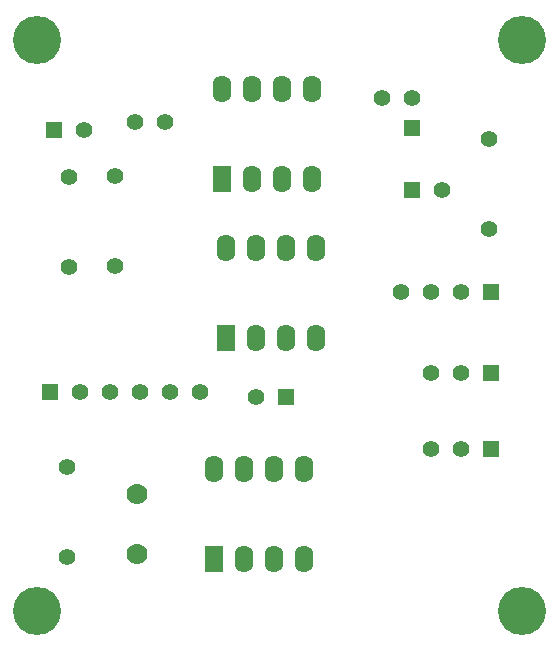
<source format=gtl>
G04 (created by PCBNEW-RS274X (2011-05-25)-stable) date Fri 22 Feb 2013 06:55:39 AM EST*
G01*
G70*
G90*
%MOIN*%
G04 Gerber Fmt 3.4, Leading zero omitted, Abs format*
%FSLAX34Y34*%
G04 APERTURE LIST*
%ADD10C,0.006000*%
%ADD11C,0.160000*%
%ADD12R,0.055000X0.055000*%
%ADD13C,0.055000*%
%ADD14C,0.070000*%
%ADD15R,0.062000X0.090000*%
%ADD16O,0.062000X0.090000*%
G04 APERTURE END LIST*
G54D10*
G54D11*
X01080Y-01940D03*
X17220Y-01940D03*
X17220Y-21000D03*
X01080Y-21000D03*
G54D12*
X13580Y-04880D03*
G54D13*
X13580Y-03880D03*
X12580Y-03880D03*
G54D12*
X01500Y-13680D03*
G54D13*
X02500Y-13680D03*
X03500Y-13680D03*
X04500Y-13680D03*
X05500Y-13680D03*
X06500Y-13680D03*
G54D12*
X16200Y-10340D03*
G54D13*
X15200Y-10340D03*
X14200Y-10340D03*
X13200Y-10340D03*
G54D12*
X16200Y-13040D03*
G54D13*
X15200Y-13040D03*
X14200Y-13040D03*
G54D12*
X16200Y-15600D03*
G54D13*
X15200Y-15600D03*
X14200Y-15600D03*
G54D12*
X01620Y-04940D03*
G54D13*
X02620Y-04940D03*
G54D12*
X09380Y-13840D03*
G54D13*
X08380Y-13840D03*
X02080Y-19200D03*
X02080Y-16200D03*
X02120Y-06520D03*
X02120Y-09520D03*
X03660Y-06480D03*
X03660Y-09480D03*
X16120Y-05240D03*
X16120Y-08240D03*
G54D12*
X13560Y-06960D03*
G54D13*
X14560Y-06960D03*
G54D14*
X04400Y-19080D03*
X04400Y-17080D03*
G54D15*
X07380Y-11900D03*
G54D16*
X08380Y-11900D03*
X09380Y-11900D03*
X10380Y-11900D03*
X10380Y-08900D03*
X09380Y-08900D03*
X08380Y-08900D03*
X07380Y-08900D03*
G54D15*
X06980Y-19240D03*
G54D16*
X07980Y-19240D03*
X08980Y-19240D03*
X09980Y-19240D03*
X09980Y-16240D03*
X08980Y-16240D03*
X07980Y-16240D03*
X06980Y-16240D03*
G54D15*
X07220Y-06600D03*
G54D16*
X08220Y-06600D03*
X09220Y-06600D03*
X10220Y-06600D03*
X10220Y-03600D03*
X09220Y-03600D03*
X08220Y-03600D03*
X07220Y-03600D03*
G54D13*
X04320Y-04700D03*
X05320Y-04700D03*
M02*

</source>
